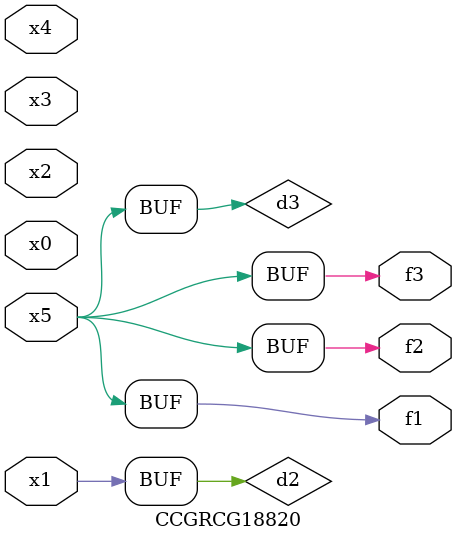
<source format=v>
module CCGRCG18820(
	input x0, x1, x2, x3, x4, x5,
	output f1, f2, f3
);

	wire d1, d2, d3;

	not (d1, x5);
	or (d2, x1);
	xnor (d3, d1);
	assign f1 = d3;
	assign f2 = d3;
	assign f3 = d3;
endmodule

</source>
